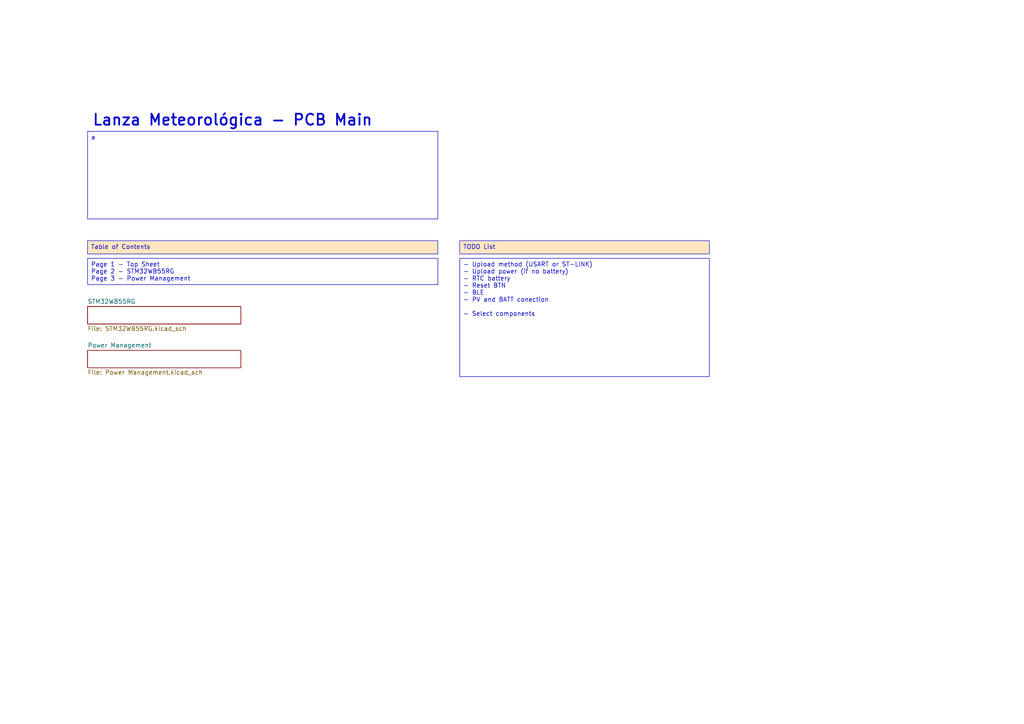
<source format=kicad_sch>
(kicad_sch
	(version 20250114)
	(generator "eeschema")
	(generator_version "9.0")
	(uuid "9fa2563f-04cb-468b-9731-6177268fcdbf")
	(paper "A4")
	(title_block
		(title "Lanza Meteorológica - PCB Main")
	)
	(lib_symbols)
	(text "Lanza Meteorológica - PCB Main"
		(exclude_from_sim no)
		(at 26.67 36.83 0)
		(effects
			(font
				(size 3.175 3.175)
				(thickness 0.508)
				(bold yes)
			)
			(justify left bottom)
		)
		(uuid "a02775c8-28f2-4c7b-a76d-f1137491b64d")
	)
	(text_box "TODO List"
		(exclude_from_sim no)
		(at 133.35 69.85 0)
		(size 72.39 3.81)
		(margins 0.9525 0.9525 0.9525 0.9525)
		(stroke
			(width 0)
			(type solid)
		)
		(fill
			(type color)
			(color 255 229 191 1)
		)
		(effects
			(font
				(size 1.27 1.27)
			)
			(justify left top)
		)
		(uuid "39f85187-200e-4b62-a0ec-932a57290530")
	)
	(text_box "Page 1 - Top Sheet\nPage 2 - STM32WB55RG\nPage 3 - Power Management"
		(exclude_from_sim no)
		(at 25.4 74.93 0)
		(size 101.6 7.62)
		(margins 0.9525 0.9525 0.9525 0.9525)
		(stroke
			(width 0)
			(type solid)
		)
		(fill
			(type none)
		)
		(effects
			(font
				(size 1.27 1.27)
			)
			(justify left top)
		)
		(uuid "4305ef05-2fc1-4a4d-bd7b-8b0da48c187d")
	)
	(text_box "a"
		(exclude_from_sim no)
		(at 25.4 38.1 0)
		(size 101.6 25.4)
		(margins 0.9525 0.9525 0.9525 0.9525)
		(stroke
			(width 0)
			(type solid)
		)
		(fill
			(type none)
		)
		(effects
			(font
				(size 1.27 1.27)
			)
			(justify left top)
		)
		(uuid "5edf4795-8828-4540-98b4-741066d99345")
	)
	(text_box "Table of Contents"
		(exclude_from_sim no)
		(at 25.4 69.85 0)
		(size 101.6 3.81)
		(margins 0.9525 0.9525 0.9525 0.9525)
		(stroke
			(width 0)
			(type solid)
		)
		(fill
			(type color)
			(color 255 229 191 1)
		)
		(effects
			(font
				(size 1.27 1.27)
			)
			(justify left top)
		)
		(uuid "7e8c3f1c-d121-4028-8208-eaa8c8058a79")
	)
	(text_box "- Upload method (USART or ST-LINK)\n- Upload power (if no battery)\n- RTC battery\n- Reset BTN\n- BLE\n- PV and BATT conection\n\n- Select components"
		(exclude_from_sim no)
		(at 133.35 74.93 0)
		(size 72.39 34.29)
		(margins 0.9525 0.9525 0.9525 0.9525)
		(stroke
			(width 0)
			(type solid)
		)
		(fill
			(type none)
		)
		(effects
			(font
				(size 1.27 1.27)
			)
			(justify left top)
		)
		(uuid "7feaa3f0-a1ae-42ed-b768-a0ca174b0fe9")
	)
	(sheet
		(at 25.4 88.9)
		(size 44.45 5.08)
		(exclude_from_sim no)
		(in_bom yes)
		(on_board yes)
		(dnp no)
		(fields_autoplaced yes)
		(stroke
			(width 0.1524)
			(type solid)
		)
		(fill
			(color 0 0 0 0.0000)
		)
		(uuid "401ae2bf-b50a-48e9-9bd2-721497aaba14")
		(property "Sheetname" "STM32WB55RG"
			(at 25.4 88.1884 0)
			(effects
				(font
					(size 1.27 1.27)
				)
				(justify left bottom)
			)
		)
		(property "Sheetfile" "STM32WB55RG.kicad_sch"
			(at 25.4 94.5646 0)
			(effects
				(font
					(size 1.27 1.27)
				)
				(justify left top)
			)
		)
		(instances
			(project "PCB Main"
				(path "/9fa2563f-04cb-468b-9731-6177268fcdbf"
					(page "2")
				)
			)
		)
	)
	(sheet
		(at 25.4 101.6)
		(size 44.45 5.08)
		(exclude_from_sim no)
		(in_bom yes)
		(on_board yes)
		(dnp no)
		(fields_autoplaced yes)
		(stroke
			(width 0.1524)
			(type solid)
		)
		(fill
			(color 0 0 0 0.0000)
		)
		(uuid "b888a684-3263-4153-9730-9658fff4b3b0")
		(property "Sheetname" "Power Management"
			(at 25.4 100.8884 0)
			(effects
				(font
					(size 1.27 1.27)
				)
				(justify left bottom)
			)
		)
		(property "Sheetfile" "Power Management.kicad_sch"
			(at 25.4 107.2646 0)
			(effects
				(font
					(size 1.27 1.27)
				)
				(justify left top)
			)
		)
		(instances
			(project "PCB Main"
				(path "/9fa2563f-04cb-468b-9731-6177268fcdbf"
					(page "3")
				)
			)
		)
	)
	(sheet_instances
		(path "/"
			(page "1")
		)
	)
	(embedded_fonts no)
)

</source>
